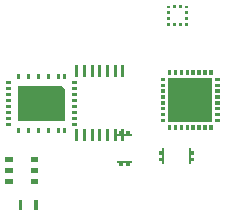
<source format=gbr>
G04 #@! TF.GenerationSoftware,KiCad,Pcbnew,9.0.4*
G04 #@! TF.CreationDate,2025-10-13T14:39:45-04:00*
G04 #@! TF.ProjectId,bldc motor controller,626c6463-206d-46f7-946f-7220636f6e74,rev?*
G04 #@! TF.SameCoordinates,Original*
G04 #@! TF.FileFunction,Other,User*
%FSLAX46Y46*%
G04 Gerber Fmt 4.6, Leading zero omitted, Abs format (unit mm)*
G04 Created by KiCad (PCBNEW 9.0.4) date 2025-10-13 14:39:45*
%MOMM*%
%LPD*%
G01*
G04 APERTURE LIST*
%ADD10C,0.000000*%
G04 APERTURE END LIST*
D10*
G04 #@! TO.C,SW2*
G36*
X150150000Y-93075000D02*
G01*
X150400000Y-93075000D01*
X150400000Y-93400000D01*
X150150000Y-93400000D01*
X150150000Y-93600000D01*
X149950000Y-93600000D01*
X149950000Y-92950000D01*
X150150000Y-92950000D01*
X150150000Y-93075000D01*
G37*
G36*
X150150000Y-92500000D02*
G01*
X150400000Y-92500000D01*
X150400000Y-92825000D01*
X150150000Y-92825000D01*
X150150000Y-92950000D01*
X149950000Y-92950000D01*
X149950000Y-92300000D01*
X150150000Y-92300000D01*
X150150000Y-92500000D01*
G37*
G36*
X147850000Y-93600000D02*
G01*
X147650000Y-93600000D01*
X147650000Y-93400000D01*
X147400000Y-93400000D01*
X147400000Y-93075000D01*
X147650000Y-93075000D01*
X147650000Y-92950000D01*
X147850000Y-92950000D01*
X147850000Y-93600000D01*
G37*
G36*
X147850000Y-92950000D02*
G01*
X147650000Y-92950000D01*
X147650000Y-92825000D01*
X147400000Y-92825000D01*
X147400000Y-92500000D01*
X147650000Y-92500000D01*
X147650000Y-92300000D01*
X147850000Y-92300000D01*
X147850000Y-92950000D01*
G37*
G04 #@! TO.C,SW1*
G36*
X144500000Y-93550000D02*
G01*
X144375000Y-93550000D01*
X144375000Y-93800000D01*
X144050000Y-93800000D01*
X144050000Y-93550000D01*
X143850000Y-93550000D01*
X143850000Y-93350000D01*
X144500000Y-93350000D01*
X144500000Y-93550000D01*
G37*
G36*
X145150000Y-93550000D02*
G01*
X144950000Y-93550000D01*
X144950000Y-93800000D01*
X144625000Y-93800000D01*
X144625000Y-93550000D01*
X144500000Y-93550000D01*
X144500000Y-93350000D01*
X145150000Y-93350000D01*
X145150000Y-93550000D01*
G37*
G36*
X144375000Y-91050000D02*
G01*
X144500000Y-91050000D01*
X144500000Y-91250000D01*
X143850000Y-91250000D01*
X143850000Y-91050000D01*
X144050000Y-91050000D01*
X144050000Y-90800000D01*
X144375000Y-90800000D01*
X144375000Y-91050000D01*
G37*
G36*
X144950000Y-91050000D02*
G01*
X145150000Y-91050000D01*
X145150000Y-91250000D01*
X144500000Y-91250000D01*
X144500000Y-91050000D01*
X144625000Y-91050000D01*
X144625000Y-90800000D01*
X144950000Y-90800000D01*
X144950000Y-91050000D01*
G37*
G04 #@! TO.C,LED1*
G36*
X135850500Y-97503500D02*
G01*
X135550500Y-97503500D01*
X135550500Y-96703500D01*
X135850500Y-96703500D01*
X135850500Y-97503500D01*
G37*
G36*
X137150500Y-97496500D02*
G01*
X136850500Y-97496500D01*
X136850500Y-96696500D01*
X137150500Y-96696500D01*
X137150500Y-97496500D01*
G37*
G04 #@! TO.C,U1*
G36*
X134850000Y-86874750D02*
G01*
X134450000Y-86874750D01*
X134450000Y-86624750D01*
X134850000Y-86624750D01*
X134850000Y-86874750D01*
G37*
G36*
X134850000Y-87374750D02*
G01*
X134450000Y-87374750D01*
X134450000Y-87124750D01*
X134850000Y-87124750D01*
X134850000Y-87374750D01*
G37*
G36*
X134850000Y-87874750D02*
G01*
X134450000Y-87874750D01*
X134450000Y-87624750D01*
X134850000Y-87624750D01*
X134850000Y-87874750D01*
G37*
G36*
X134850000Y-88374750D02*
G01*
X134450000Y-88374750D01*
X134450000Y-88124750D01*
X134850000Y-88124750D01*
X134850000Y-88374750D01*
G37*
G36*
X134850000Y-88874750D02*
G01*
X134450000Y-88874750D01*
X134450000Y-88624750D01*
X134850000Y-88624750D01*
X134850000Y-88874750D01*
G37*
G36*
X134850000Y-89374750D02*
G01*
X134450000Y-89374750D01*
X134450000Y-89124750D01*
X134850000Y-89124750D01*
X134850000Y-89374750D01*
G37*
G36*
X134850000Y-89874750D02*
G01*
X134450000Y-89874750D01*
X134450000Y-89624750D01*
X134850000Y-89624750D01*
X134850000Y-89874750D01*
G37*
G36*
X134850000Y-90374750D02*
G01*
X134450000Y-90374750D01*
X134450000Y-90124750D01*
X134850000Y-90124750D01*
X134850000Y-90374750D01*
G37*
G36*
X135625000Y-86399750D02*
G01*
X135375000Y-86399750D01*
X135375000Y-85999750D01*
X135625000Y-85999750D01*
X135625000Y-86399750D01*
G37*
G36*
X135625000Y-90999750D02*
G01*
X135375000Y-90999750D01*
X135375000Y-90599750D01*
X135625000Y-90599750D01*
X135625000Y-90999750D01*
G37*
G36*
X136475000Y-86399750D02*
G01*
X136225000Y-86399750D01*
X136225000Y-85999750D01*
X136475000Y-85999750D01*
X136475000Y-86399750D01*
G37*
G36*
X136475000Y-90999750D02*
G01*
X136225000Y-90999750D01*
X136225000Y-90599750D01*
X136475000Y-90599750D01*
X136475000Y-90999750D01*
G37*
G36*
X137325000Y-86399750D02*
G01*
X137075000Y-86399750D01*
X137075000Y-85999750D01*
X137325000Y-85999750D01*
X137325000Y-86399750D01*
G37*
G36*
X137325000Y-90999750D02*
G01*
X137075000Y-90999750D01*
X137075000Y-90599750D01*
X137325000Y-90599750D01*
X137325000Y-90999750D01*
G37*
G36*
X138175000Y-86399750D02*
G01*
X137925000Y-86399750D01*
X137925000Y-85999750D01*
X138175000Y-85999750D01*
X138175000Y-86399750D01*
G37*
G36*
X138175000Y-90999750D02*
G01*
X137925000Y-90999750D01*
X137925000Y-90599750D01*
X138175000Y-90599750D01*
X138175000Y-90999750D01*
G37*
G36*
X139025000Y-86399750D02*
G01*
X138775000Y-86399750D01*
X138775000Y-85999750D01*
X139025000Y-85999750D01*
X139025000Y-86399750D01*
G37*
G36*
X139025000Y-90999750D02*
G01*
X138775000Y-90999750D01*
X138775000Y-90599750D01*
X139025000Y-90599750D01*
X139025000Y-90999750D01*
G37*
G36*
X139525000Y-86399750D02*
G01*
X139275000Y-86399750D01*
X139275000Y-85999750D01*
X139525000Y-85999750D01*
X139525000Y-86399750D01*
G37*
G36*
X139525000Y-90999750D02*
G01*
X139275000Y-90999750D01*
X139275000Y-90599750D01*
X139525000Y-90599750D01*
X139525000Y-90999750D01*
G37*
G36*
X140450000Y-86874750D02*
G01*
X140050000Y-86874750D01*
X140050000Y-86624750D01*
X140450000Y-86624750D01*
X140450000Y-86874750D01*
G37*
G36*
X140450000Y-87374750D02*
G01*
X140050000Y-87374750D01*
X140050000Y-87124750D01*
X140450000Y-87124750D01*
X140450000Y-87374750D01*
G37*
G36*
X140450000Y-87874750D02*
G01*
X140050000Y-87874750D01*
X140050000Y-87624750D01*
X140450000Y-87624750D01*
X140450000Y-87874750D01*
G37*
G36*
X140450000Y-88374750D02*
G01*
X140050000Y-88374750D01*
X140050000Y-88124750D01*
X140450000Y-88124750D01*
X140450000Y-88374750D01*
G37*
G36*
X140450000Y-88874750D02*
G01*
X140050000Y-88874750D01*
X140050000Y-88624750D01*
X140450000Y-88624750D01*
X140450000Y-88874750D01*
G37*
G36*
X140450000Y-89374750D02*
G01*
X140050000Y-89374750D01*
X140050000Y-89124750D01*
X140450000Y-89124750D01*
X140450000Y-89374750D01*
G37*
G36*
X140450000Y-89874750D02*
G01*
X140050000Y-89874750D01*
X140050000Y-89624750D01*
X140450000Y-89624750D01*
X140450000Y-89874750D01*
G37*
G36*
X140450000Y-90374750D02*
G01*
X140050000Y-90374750D01*
X140050000Y-90124750D01*
X140450000Y-90124750D01*
X140450000Y-90374750D01*
G37*
G36*
X139450000Y-87299750D02*
G01*
X139450000Y-89999750D01*
X135450000Y-89999750D01*
X135450000Y-86999750D01*
X139150000Y-86999750D01*
X139450000Y-87299750D01*
G37*
G04 #@! TO.C,U6*
G36*
X148325000Y-80450000D02*
G01*
X148050000Y-80450000D01*
X148050000Y-80200000D01*
X148325000Y-80200000D01*
X148325000Y-80450000D01*
G37*
G36*
X148325000Y-80950000D02*
G01*
X148050000Y-80950000D01*
X148050000Y-80700000D01*
X148325000Y-80700000D01*
X148325000Y-80950000D01*
G37*
G36*
X148325000Y-81450000D02*
G01*
X148050000Y-81450000D01*
X148050000Y-81200000D01*
X148325000Y-81200000D01*
X148325000Y-81450000D01*
G37*
G36*
X148325000Y-81950000D02*
G01*
X148050000Y-81950000D01*
X148050000Y-81700000D01*
X148325000Y-81700000D01*
X148325000Y-81950000D01*
G37*
G36*
X148825000Y-80450000D02*
G01*
X148575000Y-80450000D01*
X148575000Y-80175000D01*
X148825000Y-80175000D01*
X148825000Y-80450000D01*
G37*
G36*
X148825000Y-81975000D02*
G01*
X148575000Y-81975000D01*
X148575000Y-81700000D01*
X148825000Y-81700000D01*
X148825000Y-81975000D01*
G37*
G36*
X149325000Y-80450000D02*
G01*
X149075000Y-80450000D01*
X149075000Y-80175000D01*
X149325000Y-80175000D01*
X149325000Y-80450000D01*
G37*
G36*
X149325000Y-81975000D02*
G01*
X149075000Y-81975000D01*
X149075000Y-81700000D01*
X149325000Y-81700000D01*
X149325000Y-81975000D01*
G37*
G36*
X149850000Y-80450000D02*
G01*
X149575000Y-80450000D01*
X149575000Y-80200000D01*
X149850000Y-80200000D01*
X149850000Y-80450000D01*
G37*
G36*
X149850000Y-80950000D02*
G01*
X149575000Y-80950000D01*
X149575000Y-80700000D01*
X149850000Y-80700000D01*
X149850000Y-80950000D01*
G37*
G36*
X149850000Y-81450000D02*
G01*
X149575000Y-81450000D01*
X149575000Y-81200000D01*
X149850000Y-81200000D01*
X149850000Y-81450000D01*
G37*
G36*
X149850000Y-81950000D02*
G01*
X149575000Y-81950000D01*
X149575000Y-81700000D01*
X149850000Y-81700000D01*
X149850000Y-81950000D01*
G37*
G04 #@! TO.C,U5*
G36*
X140572500Y-85850000D02*
G01*
X140327500Y-85850000D01*
X140327500Y-85250000D01*
X140572500Y-85250000D01*
X140572500Y-85850000D01*
G37*
G36*
X140572500Y-86260000D02*
G01*
X140327500Y-86260000D01*
X140327500Y-85840000D01*
X140572500Y-85840000D01*
X140572500Y-86260000D01*
G37*
G36*
X140572500Y-91060000D02*
G01*
X140327500Y-91060000D01*
X140327500Y-90640000D01*
X140572500Y-90640000D01*
X140572500Y-91060000D01*
G37*
G36*
X140572500Y-91650000D02*
G01*
X140327500Y-91650000D01*
X140327500Y-91050000D01*
X140572500Y-91050000D01*
X140572500Y-91650000D01*
G37*
G36*
X141222500Y-85850000D02*
G01*
X140977500Y-85850000D01*
X140977500Y-85250000D01*
X141222500Y-85250000D01*
X141222500Y-85850000D01*
G37*
G36*
X141222500Y-86260000D02*
G01*
X140977500Y-86260000D01*
X140977500Y-85840000D01*
X141222500Y-85840000D01*
X141222500Y-86260000D01*
G37*
G36*
X141222500Y-91060000D02*
G01*
X140977500Y-91060000D01*
X140977500Y-90640000D01*
X141222500Y-90640000D01*
X141222500Y-91060000D01*
G37*
G36*
X141222500Y-91650000D02*
G01*
X140977500Y-91650000D01*
X140977500Y-91050000D01*
X141222500Y-91050000D01*
X141222500Y-91650000D01*
G37*
G36*
X141872500Y-85850000D02*
G01*
X141627500Y-85850000D01*
X141627500Y-85250000D01*
X141872500Y-85250000D01*
X141872500Y-85850000D01*
G37*
G36*
X141872500Y-86260000D02*
G01*
X141627500Y-86260000D01*
X141627500Y-85840000D01*
X141872500Y-85840000D01*
X141872500Y-86260000D01*
G37*
G36*
X141872500Y-91060000D02*
G01*
X141627500Y-91060000D01*
X141627500Y-90640000D01*
X141872500Y-90640000D01*
X141872500Y-91060000D01*
G37*
G36*
X141872500Y-91650000D02*
G01*
X141627500Y-91650000D01*
X141627500Y-91050000D01*
X141872500Y-91050000D01*
X141872500Y-91650000D01*
G37*
G36*
X142522500Y-85850000D02*
G01*
X142277500Y-85850000D01*
X142277500Y-85250000D01*
X142522500Y-85250000D01*
X142522500Y-85850000D01*
G37*
G36*
X142522500Y-86260000D02*
G01*
X142277500Y-86260000D01*
X142277500Y-85840000D01*
X142522500Y-85840000D01*
X142522500Y-86260000D01*
G37*
G36*
X142522500Y-91060000D02*
G01*
X142277500Y-91060000D01*
X142277500Y-90640000D01*
X142522500Y-90640000D01*
X142522500Y-91060000D01*
G37*
G36*
X142522500Y-91650000D02*
G01*
X142277500Y-91650000D01*
X142277500Y-91050000D01*
X142522500Y-91050000D01*
X142522500Y-91650000D01*
G37*
G36*
X143172500Y-85850000D02*
G01*
X142927500Y-85850000D01*
X142927500Y-85250000D01*
X143172500Y-85250000D01*
X143172500Y-85850000D01*
G37*
G36*
X143172500Y-86260000D02*
G01*
X142927500Y-86260000D01*
X142927500Y-85840000D01*
X143172500Y-85840000D01*
X143172500Y-86260000D01*
G37*
G36*
X143172500Y-91060000D02*
G01*
X142927500Y-91060000D01*
X142927500Y-90640000D01*
X143172500Y-90640000D01*
X143172500Y-91060000D01*
G37*
G36*
X143172500Y-91650000D02*
G01*
X142927500Y-91650000D01*
X142927500Y-91050000D01*
X143172500Y-91050000D01*
X143172500Y-91650000D01*
G37*
G36*
X143822500Y-85850000D02*
G01*
X143577500Y-85850000D01*
X143577500Y-85250000D01*
X143822500Y-85250000D01*
X143822500Y-85850000D01*
G37*
G36*
X143822500Y-86260000D02*
G01*
X143577500Y-86260000D01*
X143577500Y-85840000D01*
X143822500Y-85840000D01*
X143822500Y-86260000D01*
G37*
G36*
X143822500Y-91060000D02*
G01*
X143577500Y-91060000D01*
X143577500Y-90640000D01*
X143822500Y-90640000D01*
X143822500Y-91060000D01*
G37*
G36*
X143822500Y-91650000D02*
G01*
X143577500Y-91650000D01*
X143577500Y-91050000D01*
X143822500Y-91050000D01*
X143822500Y-91650000D01*
G37*
G36*
X144472500Y-85850000D02*
G01*
X144227500Y-85850000D01*
X144227500Y-85250000D01*
X144472500Y-85250000D01*
X144472500Y-85850000D01*
G37*
G36*
X144472500Y-86260000D02*
G01*
X144227500Y-86260000D01*
X144227500Y-85840000D01*
X144472500Y-85840000D01*
X144472500Y-86260000D01*
G37*
G36*
X144472500Y-91060000D02*
G01*
X144227500Y-91060000D01*
X144227500Y-90640000D01*
X144472500Y-90640000D01*
X144472500Y-91060000D01*
G37*
G36*
X144472500Y-91650000D02*
G01*
X144227500Y-91650000D01*
X144227500Y-91050000D01*
X144472500Y-91050000D01*
X144472500Y-91650000D01*
G37*
G04 #@! TO.C,U3*
G36*
X147949995Y-89089000D02*
G01*
X147546995Y-89089000D01*
X147546995Y-88809000D01*
X147949995Y-88809000D01*
X147949995Y-89089000D01*
G37*
G36*
X147949995Y-89589500D02*
G01*
X147546995Y-89589500D01*
X147546995Y-89309500D01*
X147949995Y-89309500D01*
X147949995Y-89589500D01*
G37*
G36*
X147949995Y-90090000D02*
G01*
X147546995Y-90090000D01*
X147546995Y-89810000D01*
X147949995Y-89810000D01*
X147949995Y-90090000D01*
G37*
G36*
X147949995Y-86590000D02*
G01*
X147546995Y-86590000D01*
X147546995Y-86310000D01*
X147949995Y-86310000D01*
X147949995Y-86590000D01*
G37*
G36*
X147949995Y-87090000D02*
G01*
X147546995Y-87090000D01*
X147546995Y-86810000D01*
X147949995Y-86810000D01*
X147949995Y-87090000D01*
G37*
G36*
X147949995Y-87590500D02*
G01*
X147546995Y-87590500D01*
X147546995Y-87310500D01*
X147949995Y-87310500D01*
X147949995Y-87590500D01*
G37*
G36*
X147949995Y-88090000D02*
G01*
X147546995Y-88090000D01*
X147546995Y-87810000D01*
X147949995Y-87810000D01*
X147949995Y-88090000D01*
G37*
G36*
X147949995Y-88590000D02*
G01*
X147546995Y-88590000D01*
X147546995Y-88310000D01*
X147949995Y-88310000D01*
X147949995Y-88590000D01*
G37*
G36*
X148439995Y-86099500D02*
G01*
X148159995Y-86100000D01*
X148159995Y-85697000D01*
X148439995Y-85697000D01*
X148439995Y-86099500D01*
G37*
G36*
X148439995Y-90703000D02*
G01*
X148159995Y-90703000D01*
X148159995Y-90300000D01*
X148439995Y-90300000D01*
X148439995Y-90703000D01*
G37*
G36*
X148939995Y-90703000D02*
G01*
X148659995Y-90703000D01*
X148659995Y-90300000D01*
X148939995Y-90300000D01*
X148939995Y-90703000D01*
G37*
G36*
X148940495Y-86099500D02*
G01*
X148660495Y-86100000D01*
X148660495Y-85697000D01*
X148940495Y-85697000D01*
X148940495Y-86099500D01*
G37*
G36*
X149440495Y-86099500D02*
G01*
X149160495Y-86100000D01*
X149160495Y-85697000D01*
X149440495Y-85697000D01*
X149440495Y-86099500D01*
G37*
G36*
X149440495Y-90703000D02*
G01*
X149160495Y-90703000D01*
X149160495Y-90300000D01*
X149440495Y-90300000D01*
X149440495Y-90703000D01*
G37*
G36*
X149940995Y-86099500D02*
G01*
X149660995Y-86100000D01*
X149660995Y-85697000D01*
X149940995Y-85697000D01*
X149940995Y-86099500D01*
G37*
G36*
X149940995Y-90703000D02*
G01*
X149660995Y-90703000D01*
X149660995Y-90300000D01*
X149940995Y-90300000D01*
X149940995Y-90703000D01*
G37*
G36*
X150438995Y-86100000D02*
G01*
X150158995Y-86100000D01*
X150158995Y-85697000D01*
X150438995Y-85697000D01*
X150438995Y-86100000D01*
G37*
G36*
X150438995Y-90703000D02*
G01*
X150158995Y-90703000D01*
X150158995Y-90300000D01*
X150438995Y-90300000D01*
X150438995Y-90703000D01*
G37*
G36*
X150938995Y-90703000D02*
G01*
X150658995Y-90703000D01*
X150658995Y-90300000D01*
X150938995Y-90300000D01*
X150938995Y-90703000D01*
G37*
G36*
X150939495Y-86100000D02*
G01*
X150659495Y-86100000D01*
X150659495Y-85697000D01*
X150939495Y-85697000D01*
X150939495Y-86100000D01*
G37*
G36*
X151439495Y-86100000D02*
G01*
X151159495Y-86100000D01*
X151159495Y-85697000D01*
X151439495Y-85697000D01*
X151439495Y-86100000D01*
G37*
G36*
X151439495Y-90703000D02*
G01*
X151159495Y-90703000D01*
X151159495Y-90300000D01*
X151439495Y-90300000D01*
X151439495Y-90703000D01*
G37*
G36*
X151899995Y-90050000D02*
G01*
X148199995Y-90050000D01*
X148199995Y-86350000D01*
X151899995Y-86350000D01*
X151899995Y-90050000D01*
G37*
G36*
X151939995Y-86100000D02*
G01*
X151659995Y-86100000D01*
X151659995Y-85697000D01*
X151939995Y-85697000D01*
X151939995Y-86100000D01*
G37*
G36*
X151939995Y-90703000D02*
G01*
X151659995Y-90703000D01*
X151659995Y-90300000D01*
X151939995Y-90300000D01*
X151939995Y-90703000D01*
G37*
G36*
X152552995Y-88589000D02*
G01*
X152149995Y-88589000D01*
X152149995Y-88309000D01*
X152552995Y-88309000D01*
X152552995Y-88589000D01*
G37*
G36*
X152552995Y-89089500D02*
G01*
X152149995Y-89089500D01*
X152149995Y-88809500D01*
X152552995Y-88809500D01*
X152552995Y-89089500D01*
G37*
G36*
X152552995Y-89589500D02*
G01*
X152149995Y-89589500D01*
X152149995Y-89309500D01*
X152552995Y-89309500D01*
X152552995Y-89589500D01*
G37*
G36*
X152552995Y-90090000D02*
G01*
X152149995Y-90090000D01*
X152149995Y-89810000D01*
X152552995Y-89810000D01*
X152552995Y-90090000D01*
G37*
G36*
X152552995Y-86590000D02*
G01*
X152150495Y-86590000D01*
X152149995Y-86310000D01*
X152552995Y-86310000D01*
X152552995Y-86590000D01*
G37*
G36*
X152552995Y-87090500D02*
G01*
X152150495Y-87090500D01*
X152149995Y-86810500D01*
X152552995Y-86810500D01*
X152552995Y-87090500D01*
G37*
G36*
X152552995Y-87590500D02*
G01*
X152150495Y-87590500D01*
X152149995Y-87310500D01*
X152552995Y-87310500D01*
X152552995Y-87590500D01*
G37*
G36*
X152552995Y-88091000D02*
G01*
X152150495Y-88091000D01*
X152149995Y-87811000D01*
X152552995Y-87811000D01*
X152552995Y-88091000D01*
G37*
G04 #@! TO.C,U4*
G36*
X135010000Y-93429000D02*
G01*
X134865000Y-93429000D01*
X134865000Y-92999000D01*
X135010000Y-92999000D01*
X135010000Y-93429000D01*
G37*
G36*
X135010000Y-94379000D02*
G01*
X134865000Y-94379000D01*
X134865000Y-93949000D01*
X135010000Y-93949000D01*
X135010000Y-94379000D01*
G37*
G36*
X135010000Y-95329000D02*
G01*
X134865000Y-95329000D01*
X134865000Y-94899000D01*
X135010000Y-94899000D01*
X135010000Y-95329000D01*
G37*
G36*
X134875000Y-93429000D02*
G01*
X134400000Y-93429000D01*
X134400000Y-92999000D01*
X134875000Y-92999000D01*
X134875000Y-93429000D01*
G37*
G36*
X134875000Y-94379000D02*
G01*
X134400000Y-94379000D01*
X134400000Y-93949000D01*
X134875000Y-93949000D01*
X134875000Y-94379000D01*
G37*
G36*
X134875000Y-95329000D02*
G01*
X134400000Y-95329000D01*
X134400000Y-94899000D01*
X134875000Y-94899000D01*
X134875000Y-95329000D01*
G37*
G36*
X137200000Y-93429000D02*
G01*
X136725000Y-93429000D01*
X136725000Y-92999000D01*
X137200000Y-92999000D01*
X137200000Y-93429000D01*
G37*
G36*
X137200000Y-94379000D02*
G01*
X136725000Y-94379000D01*
X136725000Y-93949000D01*
X137200000Y-93949000D01*
X137200000Y-94379000D01*
G37*
G36*
X137200000Y-95329000D02*
G01*
X136725000Y-95329000D01*
X136725000Y-94899000D01*
X137200000Y-94899000D01*
X137200000Y-95329000D01*
G37*
G36*
X136735000Y-93429000D02*
G01*
X136590000Y-93429000D01*
X136590000Y-92999000D01*
X136735000Y-92999000D01*
X136735000Y-93429000D01*
G37*
G36*
X136735000Y-94379000D02*
G01*
X136590000Y-94379000D01*
X136590000Y-93949000D01*
X136735000Y-93949000D01*
X136735000Y-94379000D01*
G37*
G36*
X136735000Y-95329000D02*
G01*
X136590000Y-95329000D01*
X136590000Y-94899000D01*
X136735000Y-94899000D01*
X136735000Y-95329000D01*
G37*
G04 #@! TD*
M02*

</source>
